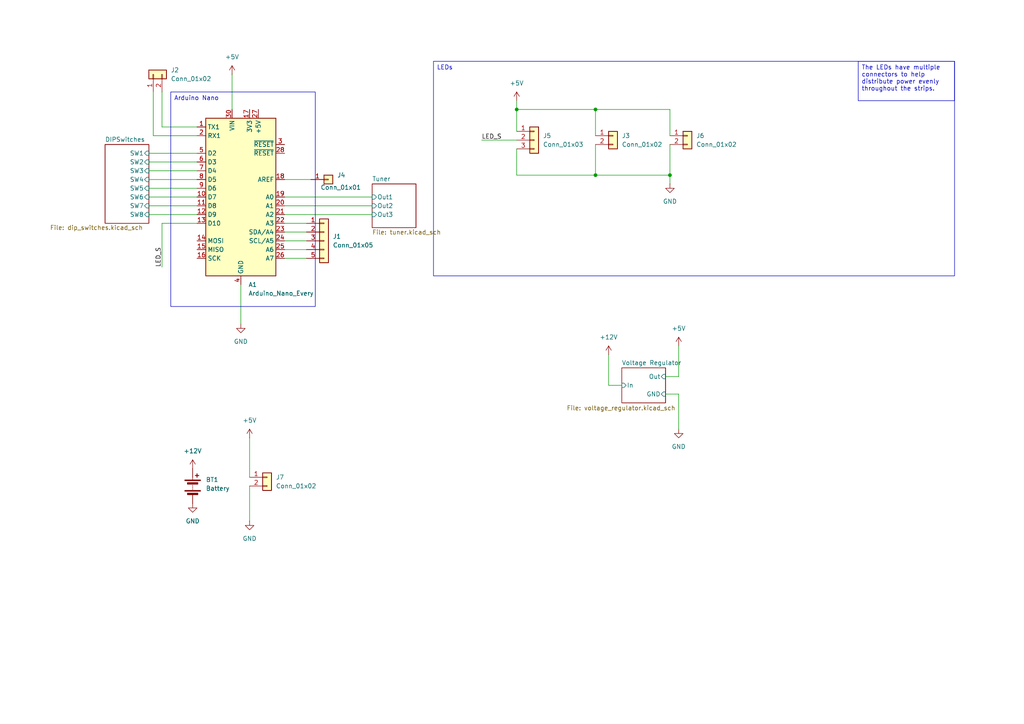
<source format=kicad_sch>
(kicad_sch (version 20231120) (generator "eeschema") (generator_version "8.0")
  (paper "A4")
  (lib_symbols
    (symbol "Connector_Generic:Conn_01x01" (pin_names (offset 1.016) hide)
      (property "Reference" "J" (at 0 2.54 0))
      (property "Value" "Conn_01x01" (at 0 -2.54 0))
      (symbol "Conn_01x01_1_1"
        (rectangle (start -1.27 0.127) (end 0 -0.127) (stroke (width 0.1524)))
        (rectangle (start -1.27 1.27) (end 1.27 -1.27) (stroke (width 0.254)) (fill (type background)))
        (pin passive line (at -5.08 0 0) (length 3.81) (name "Pin_1") (number "1"))
      )
    )
    (symbol "Connector_Generic:Conn_01x02" (pin_names (offset 1.016) hide)
      (property "Reference" "J" (at 0 2.54 0))
      (property "Value" "Conn_01x02" (at 0 -5.08 0))
      (symbol "Conn_01x02_1_1"
        (rectangle (start -1.27 -2.413) (end 0 -2.667) (stroke (width 0.1524)))
        (rectangle (start -1.27 0.127) (end 0 -0.127) (stroke (width 0.1524)))
        (rectangle (start -1.27 1.27) (end 1.27 -3.81) (stroke (width 0.254)) (fill (type background)))
        (pin passive line (at -5.08 0 0) (length 3.81) (name "Pin_1") (number "1"))
        (pin passive line (at -5.08 -2.54 0) (length 3.81) (name "Pin_2") (number "2"))
      )
    )
    (symbol "Connector_Generic:Conn_01x03" (pin_names (offset 1.016) hide)
      (property "Reference" "J" (at 0 5.08 0))
      (property "Value" "Conn_01x03" (at 0 -5.08 0))
      (symbol "Conn_01x03_1_1"
        (rectangle (start -1.27 -2.413) (end 0 -2.667) (stroke (width 0.1524)))
        (rectangle (start -1.27 0.127) (end 0 -0.127) (stroke (width 0.1524)))
        (rectangle (start -1.27 2.667) (end 0 2.413) (stroke (width 0.1524)))
        (rectangle (start -1.27 3.81) (end 1.27 -3.81) (stroke (width 0.254)) (fill (type background)))
        (pin passive line (at -5.08 2.54 0) (length 3.81) (name "Pin_1") (number "1"))
        (pin passive line (at -5.08 0 0) (length 3.81) (name "Pin_2") (number "2"))
        (pin passive line (at -5.08 -2.54 0) (length 3.81) (name "Pin_3") (number "3"))
      )
    )
    (symbol "Connector_Generic:Conn_01x05" (pin_names (offset 1.016) hide)
      (property "Reference" "J" (at 0 7.62 0))
      (property "Value" "Conn_01x05" (at 0 -7.62 0))
      (symbol "Conn_01x05_1_1"
        (rectangle (start -1.27 -4.953) (end 0 -5.207) (stroke (width 0.1524)))
        (rectangle (start -1.27 -2.413) (end 0 -2.667) (stroke (width 0.1524)))
        (rectangle (start -1.27 0.127) (end 0 -0.127) (stroke (width 0.1524)))
        (rectangle (start -1.27 2.667) (end 0 2.413) (stroke (width 0.1524)))
        (rectangle (start -1.27 5.207) (end 0 4.953) (stroke (width 0.1524)))
        (rectangle (start -1.27 6.35) (end 1.27 -6.35) (stroke (width 0.254)) (fill (type background)))
        (pin passive line (at -5.08 5.08 0) (length 3.81) (name "Pin_1") (number "1"))
        (pin passive line (at -5.08 2.54 0) (length 3.81) (name "Pin_2") (number "2"))
        (pin passive line (at -5.08 0 0) (length 3.81) (name "Pin_3") (number "3"))
        (pin passive line (at -5.08 -2.54 0) (length 3.81) (name "Pin_4") (number "4"))
        (pin passive line (at -5.08 -5.08 0) (length 3.81) (name "Pin_5") (number "5"))
      )
    )
    (symbol "Device:Battery" (pin_numbers hide) (pin_names (offset 0) hide)
      (property "Reference" "BT" (at 2.54 2.54 0))
      (property "Value" "Battery" (at 2.54 0 0))
      (symbol "Battery_0_1"
        (rectangle (start -2.286 -1.27) (end 2.286 -1.524) (fill (type outline)))
        (rectangle (start -2.286 1.778) (end 2.286 1.524) (fill (type outline)))
        (rectangle (start -1.524 -2.032) (end 1.524 -2.54) (fill (type outline)))
        (rectangle (start -1.524 1.016) (end 1.524 0.508) (fill (type outline)))
        (polyline (pts (xy 0 -1.016) (xy 0 -0.762)))
        (polyline (pts (xy 0 -0.508) (xy 0 -0.254)))
        (polyline (pts (xy 0 0) (xy 0 0.254)))
        (polyline (pts (xy 0 1.778) (xy 0 2.54)))
        (polyline (pts (xy 0.762 3.048) (xy 1.778 3.048)) (stroke (width 0.254)))
        (polyline (pts (xy 1.27 3.556) (xy 1.27 2.54)) (stroke (width 0.254)))
      )
      (symbol "Battery_1_1"
        (pin passive line (at 0 5.08 270) (length 2.54) (name "+") (number "1"))
        (pin passive line (at 0 -5.08 90) (length 2.54) (name "-") (number "2"))
      )
    )
    (symbol "MCU_Module:Arduino_Nano_Every"
      (property "Reference" "A" (at -10.16 23.495 0))
      (property "Value" "Arduino_Nano_Every" (at 5.08 -24.13 0))
      (symbol "Arduino_Nano_Every_0_1"
        (rectangle (start -10.16 22.86) (end 10.16 -22.86) (stroke (width 0.254)) (fill (type background)))
      )
      (symbol "Arduino_Nano_Every_1_1"
        (pin bidirectional line (at -12.7 20.32 0) (length 2.54) (name "TX1") (number "1"))
        (pin bidirectional line (at -12.7 0 0) (length 2.54) (name "D7") (number "10"))
        (pin bidirectional line (at -12.7 -2.54 0) (length 2.54) (name "D8") (number "11"))
        (pin bidirectional line (at -12.7 -5.08 0) (length 2.54) (name "D9") (number "12"))
        (pin bidirectional line (at -12.7 -7.62 0) (length 2.54) (name "D10") (number "13"))
        (pin bidirectional line (at -12.7 -12.7 0) (length 2.54) (name "MOSI") (number "14"))
        (pin bidirectional line (at -12.7 -15.24 0) (length 2.54) (name "MISO") (number "15"))
        (pin bidirectional line (at -12.7 -17.78 0) (length 2.54) (name "SCK") (number "16"))
        (pin power_out line (at 2.54 25.4 270) (length 2.54) (name "3V3") (number "17"))
        (pin input line (at 12.7 5.08 180) (length 2.54) (name "AREF") (number "18"))
        (pin bidirectional line (at 12.7 0 180) (length 2.54) (name "A0") (number "19"))
        (pin bidirectional line (at -12.7 17.78 0) (length 2.54) (name "RX1") (number "2"))
        (pin bidirectional line (at 12.7 -2.54 180) (length 2.54) (name "A1") (number "20"))
        (pin bidirectional line (at 12.7 -5.08 180) (length 2.54) (name "A2") (number "21"))
        (pin bidirectional line (at 12.7 -7.62 180) (length 2.54) (name "A3") (number "22"))
        (pin bidirectional line (at 12.7 -10.16 180) (length 2.54) (name "SDA/A4") (number "23"))
        (pin bidirectional line (at 12.7 -12.7 180) (length 2.54) (name "SCL/A5") (number "24"))
        (pin bidirectional line (at 12.7 -15.24 180) (length 2.54) (name "A6") (number "25"))
        (pin bidirectional line (at 12.7 -17.78 180) (length 2.54) (name "A7") (number "26"))
        (pin power_out line (at 5.08 25.4 270) (length 2.54) (name "+5V") (number "27"))
        (pin input line (at 12.7 12.7 180) (length 2.54) (name "~{RESET}") (number "28"))
        (pin passive line (at 0 -25.4 90) (length 2.54) hide (name "GND") (number "29"))
        (pin input line (at 12.7 15.24 180) (length 2.54) (name "~{RESET}") (number "3"))
        (pin power_in line (at -2.54 25.4 270) (length 2.54) (name "VIN") (number "30"))
        (pin power_in line (at 0 -25.4 90) (length 2.54) (name "GND") (number "4"))
        (pin bidirectional line (at -12.7 12.7 0) (length 2.54) (name "D2") (number "5"))
        (pin bidirectional line (at -12.7 10.16 0) (length 2.54) (name "D3") (number "6"))
        (pin bidirectional line (at -12.7 7.62 0) (length 2.54) (name "D4") (number "7"))
        (pin bidirectional line (at -12.7 5.08 0) (length 2.54) (name "D5") (number "8"))
        (pin bidirectional line (at -12.7 2.54 0) (length 2.54) (name "D6") (number "9"))
      )
    )
    (symbol "power:+12V" (power) (pin_numbers hide) (pin_names (offset 0) hide)
      (property "Value" "+12V" (at 0 3.556 0))
      (symbol "+12V_0_1"
        (polyline (pts (xy -0.762 1.27) (xy 0 2.54)))
        (polyline (pts (xy 0 0) (xy 0 2.54)))
        (polyline (pts (xy 0 2.54) (xy 0.762 1.27)))
      )
      (symbol "+12V_1_1"
        (pin power_in line (at 0 0 90) (length 0) (name "~") (number "1"))
      )
    )
    (symbol "power:+5V" (power) (pin_numbers hide) (pin_names (offset 0) hide)
      (property "Value" "+5V" (at 0 3.556 0))
      (symbol "+5V_0_1"
        (polyline (pts (xy -0.762 1.27) (xy 0 2.54)))
        (polyline (pts (xy 0 0) (xy 0 2.54)))
        (polyline (pts (xy 0 2.54) (xy 0.762 1.27)))
      )
      (symbol "+5V_1_1"
        (pin power_in line (at 0 0 90) (length 0) (name "~") (number "1"))
      )
    )
    (symbol "power:GND" (power) (pin_numbers hide) (pin_names (offset 0) hide)
      (property "Value" "GND" (at 0 -3.81 0))
      (symbol "GND_0_1"
        (polyline (pts (xy 0 0) (xy 0 -1.27) (xy 1.27 -1.27) (xy 0 -2.54) (xy -1.27 -1.27) (xy 0 -1.27)))
      )
      (symbol "GND_1_1"
        (pin power_in line (at 0 0 270) (length 0) (name "~") (number "1"))
      )
    )
  )
  (junction (at 194.31 50.8))
  (junction (at 172.72 31.75))
  (junction (at 172.72 50.8))
  (junction (at 149.86 31.75))
  (wire (pts (xy 43.18 54.61) (xy 57.15 54.61)))
  (wire (pts (xy 82.55 52.07) (xy 90.17 52.07)))
  (wire (pts (xy 44.45 26.67) (xy 44.45 39.37)))
  (wire (pts (xy 72.39 127) (xy 72.39 138.43)))
  (wire (pts (xy 43.18 44.45) (xy 57.15 44.45)))
  (wire (pts (xy 46.99 64.77) (xy 57.15 64.77)))
  (wire (pts (xy 172.72 50.8) (xy 194.31 50.8)))
  (wire (pts (xy 57.15 36.83) (xy 46.99 36.83)))
  (wire (pts (xy 176.53 111.76) (xy 180.34 111.76)))
  (wire (pts (xy 196.85 114.3) (xy 196.85 124.46)))
  (wire (pts (xy 149.86 50.8) (xy 172.72 50.8)))
  (wire (pts (xy 172.72 31.75) (xy 194.31 31.75)))
  (wire (pts (xy 46.99 77.47) (xy 46.99 64.77)))
  (wire (pts (xy 194.31 50.8) (xy 194.31 53.34)))
  (wire (pts (xy 149.86 31.75) (xy 149.86 38.1)))
  (wire (pts (xy 46.99 26.67) (xy 46.99 36.83)))
  (wire (pts (xy 43.18 59.69) (xy 57.15 59.69)))
  (wire (pts (xy 44.45 39.37) (xy 57.15 39.37)))
  (wire (pts (xy 43.18 57.15) (xy 57.15 57.15)))
  (wire (pts (xy 82.55 59.69) (xy 107.95 59.69)))
  (wire (pts (xy 72.39 140.97) (xy 72.39 151.13)))
  (wire (pts (xy 149.86 31.75) (xy 172.72 31.75)))
  (wire (pts (xy 194.31 31.75) (xy 194.31 39.37)))
  (wire (pts (xy 82.55 67.31) (xy 88.9 67.31)))
  (wire (pts (xy 149.86 29.21) (xy 149.86 31.75)))
  (wire (pts (xy 43.18 49.53) (xy 57.15 49.53)))
  (wire (pts (xy 149.86 43.18) (xy 149.86 50.8)))
  (wire (pts (xy 196.85 109.22) (xy 196.85 100.33)))
  (wire (pts (xy 82.55 64.77) (xy 88.9 64.77)))
  (wire (pts (xy 139.7 40.64) (xy 149.86 40.64)))
  (wire (pts (xy 172.72 41.91) (xy 172.72 50.8)))
  (wire (pts (xy 43.18 46.99) (xy 57.15 46.99)))
  (wire (pts (xy 82.55 74.93) (xy 88.9 74.93)))
  (wire (pts (xy 43.18 52.07) (xy 57.15 52.07)))
  (wire (pts (xy 176.53 102.87) (xy 176.53 111.76)))
  (wire (pts (xy 82.55 57.15) (xy 107.95 57.15)))
  (wire (pts (xy 193.04 114.3) (xy 196.85 114.3)))
  (wire (pts (xy 194.31 41.91) (xy 194.31 50.8)))
  (wire (pts (xy 82.55 62.23) (xy 107.95 62.23)))
  (wire (pts (xy 193.04 109.22) (xy 196.85 109.22)))
  (wire (pts (xy 67.31 21.59) (xy 67.31 31.75)))
  (wire (pts (xy 82.55 72.39) (xy 88.9 72.39)))
  (wire (pts (xy 172.72 31.75) (xy 172.72 39.37)))
  (wire (pts (xy 43.18 62.23) (xy 57.15 62.23)))
  (wire (pts (xy 69.85 82.55) (xy 69.85 93.98)))
  (wire (pts (xy 82.55 69.85) (xy 88.9 69.85)))
  (text_box "Arduino Nano" (at 49.53 26.67 0) (size 41.91 62.23) (effects (font (size 1.27 1.27)) (justify left top)))
  (text_box "The LEDs have multiple connectors to help distribute power evenly throughout the strips." (at 248.92 17.78 0) (size 27.94 11.43) (effects (font (size 1.27 1.27)) (justify left top)))
  (text_box "LEDs" (at 125.73 17.78 0) (size 151.13 62.23) (effects (font (size 1.27 1.27)) (justify left top)))
  (label "LED_S" (at 46.99 77.47 90))
  (label "LED_S" (at 139.7 40.64 0))
  (symbol (lib_id "power:GND") (at 55.88 146.05 0) (unit 1)
    (property "Reference" "#PWR09" (effects (hide yes)))
    (property "Value" "GND" (at 55.88 151.13 0))
    (property "Description" "Power symbol creates a global label with name \"GND\" , ground" (effects (hide yes)))
  )
  (symbol (lib_id "power:+5V") (at 67.31 21.59 0) (unit 1)
    (property "Reference" "#PWR06" (effects (hide yes)))
    (property "Value" "+5V" (at 67.31 16.51 0))
    (property "Description" "Power symbol creates a global label with name \"+5V\"" (effects (hide yes)))
  )
  (symbol (lib_id "Connector_Generic:Conn_01x02") (at 177.8 39.37 0) (unit 1)
    (property "Reference" "J3" (at 180.34 39.3699 0) (effects (justify left)))
    (property "Value" "Conn_01x02" (at 180.34 41.9099 0) (effects (justify left)))
    (property "Description" "Generic connector, single row, 01x02, script generated (kicad-library-utils/schlib/autogen/connector/)" (effects (hide yes)))
  )
  (symbol (lib_id "power:+12V") (at 176.53 102.87 0) (unit 1)
    (property "Reference" "#PWR03" (effects (hide yes)))
    (property "Value" "+12V" (at 176.53 97.79 0))
    (property "Description" "Power symbol creates a global label with name \"+12V\"" (effects (hide yes)))
  )
  (symbol (lib_id "power:+5V") (at 149.86 29.21 0) (unit 1)
    (property "Reference" "#PWR024" (effects (hide yes)))
    (property "Value" "+5V" (at 149.86 24.13 0))
    (property "Description" "Power symbol creates a global label with name \"+5V\"" (effects (hide yes)))
  )
  (symbol (lib_id "power:+5V") (at 196.85 100.33 0) (unit 1)
    (property "Reference" "#PWR05" (effects (hide yes)))
    (property "Value" "+5V" (at 196.85 95.25 0))
    (property "Description" "Power symbol creates a global label with name \"+5V\"" (effects (hide yes)))
  )
  (symbol (lib_id "Connector_Generic:Conn_01x02") (at 44.45 21.59 90) (unit 1)
    (property "Reference" "J2" (at 49.53 20.3199 90) (effects (justify right)))
    (property "Value" "Conn_01x02" (at 49.53 22.8599 90) (effects (justify right)))
    (property "Description" "Generic connector, single row, 01x02, script generated (kicad-library-utils/schlib/autogen/connector/)" (effects (hide yes)))
  )
  (symbol (lib_id "power:GND") (at 194.31 53.34 0) (unit 1)
    (property "Reference" "#PWR023" (effects (hide yes)))
    (property "Value" "GND" (at 194.31 58.42 0))
    (property "Description" "Power symbol creates a global label with name \"GND\" , ground" (effects (hide yes)))
  )
  (symbol (lib_id "Connector_Generic:Conn_01x01") (at 95.25 52.07 0) (unit 1)
    (property "Reference" "J4" (at 97.79 50.7999 0) (effects (justify left)))
    (property "Value" "Conn_01x01" (at 92.964 54.356 0) (effects (justify left)))
    (property "Description" "Generic connector, single row, 01x01, script generated (kicad-library-utils/schlib/autogen/connector/)" (effects (hide yes)))
  )
  (symbol (lib_id "power:GND") (at 69.85 93.98 0) (unit 1)
    (property "Reference" "#PWR07" (effects (hide yes)))
    (property "Value" "GND" (at 69.85 99.06 0))
    (property "Description" "Power symbol creates a global label with name \"GND\" , ground" (effects (hide yes)))
  )
  (symbol (lib_id "Connector_Generic:Conn_01x02") (at 77.47 138.43 0) (unit 1)
    (property "Reference" "J7" (at 80.01 138.4299 0) (effects (justify left)))
    (property "Value" "Conn_01x02" (at 80.01 140.9699 0) (effects (justify left)))
    (property "Description" "Generic connector, single row, 01x02, script generated (kicad-library-utils/schlib/autogen/connector/)" (effects (hide yes)))
  )
  (symbol (lib_id "power:+5V") (at 72.39 127 0) (unit 1)
    (property "Reference" "#PWR021" (effects (hide yes)))
    (property "Value" "+5V" (at 72.39 121.92 0))
    (property "Description" "Power symbol creates a global label with name \"+5V\"" (effects (hide yes)))
  )
  (symbol (lib_id "Connector_Generic:Conn_01x02") (at 199.39 39.37 0) (unit 1)
    (property "Reference" "J6" (at 201.93 39.3699 0) (effects (justify left)))
    (property "Value" "Conn_01x02" (at 201.93 41.9099 0) (effects (justify left)))
    (property "Description" "Generic connector, single row, 01x02, script generated (kicad-library-utils/schlib/autogen/connector/)" (effects (hide yes)))
  )
  (symbol (lib_id "Connector_Generic:Conn_01x05") (at 93.98 69.85 0) (unit 1)
    (property "Reference" "J1" (at 96.52 68.5799 0) (effects (justify left)))
    (property "Value" "Conn_01x05" (at 96.52 71.1199 0) (effects (justify left)))
    (property "Description" "Generic connector, single row, 01x05, script generated (kicad-library-utils/schlib/autogen/connector/)" (effects (hide yes)))
  )
  (symbol (lib_id "Device:Battery") (at 55.88 140.97 0) (unit 1)
    (property "Reference" "BT1" (at 59.69 139.1284 0) (effects (justify left)))
    (property "Value" "Battery" (at 59.69 141.6684 0) (effects (justify left)))
    (property "Description" "Multiple-cell battery" (effects (hide yes)))
  )
  (symbol (lib_id "power:GND") (at 196.85 124.46 0) (unit 1)
    (property "Reference" "#PWR04" (effects (hide yes)))
    (property "Value" "GND" (at 196.85 129.54 0))
    (property "Description" "Power symbol creates a global label with name \"GND\" , ground" (effects (hide yes)))
  )
  (symbol (lib_id "MCU_Module:Arduino_Nano_Every") (at 69.85 57.15 0) (unit 1)
    (property "Reference" "A1" (at 72.0441 82.55 0) (effects (justify left)))
    (property "Value" "Arduino_Nano_Every" (at 72.0441 85.09 0) (effects (justify left)))
    (property "Footprint" "Module:Arduino_Nano" (effects (hide yes)))
    (property "Datasheet" "https://content.arduino.cc/assets/NANOEveryV3.0_sch.pdf" (effects (hide yes)))
    (property "Description" "Arduino Nano Every" (effects (hide yes)))
  )
  (symbol (lib_id "power:+12V") (at 55.88 135.89 0) (unit 1)
    (property "Reference" "#PWR08" (effects (hide yes)))
    (property "Value" "+12V" (at 55.88 130.81 0))
    (property "Description" "Power symbol creates a global label with name \"+12V\"" (effects (hide yes)))
  )
  (symbol (lib_id "Connector_Generic:Conn_01x03") (at 154.94 40.64 0) (unit 1)
    (property "Reference" "J5" (at 157.48 39.3699 0) (effects (justify left)))
    (property "Value" "Conn_01x03" (at 157.48 41.9099 0) (effects (justify left)))
    (property "Description" "Generic connector, single row, 01x03, script generated (kicad-library-utils/schlib/autogen/connector/)" (effects (hide yes)))
  )
  (symbol (lib_id "power:GND") (at 72.39 151.13 0) (unit 1)
    (property "Reference" "#PWR020" (effects (hide yes)))
    (property "Value" "GND" (at 72.39 156.21 0))
    (property "Description" "Power symbol creates a global label with name \"GND\" , ground" (effects (hide yes)))
  )
  (sheet (at 107.95 53.34) (size 12.7 12.7) (stroke (width 0.1524))
    (property "Sheetname" "Tuner" (at 107.95 52.6284 0) (effects (justify left bottom)))
    (property "Sheetfile" "tuner.kicad_sch" (at 107.95 66.6246 0) (effects (justify left top)))
    (pin "Out1" input (at 107.95 57.15 180))
    (pin "Out2" input (at 107.95 59.69 180))
    (pin "Out3" input (at 107.95 62.23 180))
  )
  (sheet (at 180.34 106.68) (size 12.7 10.16) (stroke (width 0.1524))
    (property "Sheetname" "Voltage Regulator" (at 180.34 105.9684 0) (effects (justify left bottom)))
    (property "Sheetfile" "voltage_regulator.kicad_sch" (at 164.338 117.602 0) (effects (justify left top)))
    (pin "GND" input (at 193.04 114.3 0))
    (pin "Out" input (at 193.04 109.22 0))
    (pin "In" input (at 180.34 111.76 180))
  )
  (sheet (at 30.48 41.91) (size 12.7 22.86) (stroke (width 0.1524))
    (property "Sheetname" "DIPSwitches" (at 30.48 41.1984 0) (effects (justify left bottom)))
    (property "Sheetfile" "dip_switches.kicad_sch" (at 14.478 65.278 0) (effects (justify left top)))
    (pin "SW1" input (at 43.18 44.45 0))
    (pin "SW4" input (at 43.18 52.07 0))
    (pin "SW3" input (at 43.18 49.53 0))
    (pin "SW2" input (at 43.18 46.99 0))
    (pin "SW7" input (at 43.18 59.69 0))
    (pin "SW5" input (at 43.18 54.61 0))
    (pin "SW6" input (at 43.18 57.15 0))
    (pin "SW8" input (at 43.18 62.23 0))
  )
)
</source>
